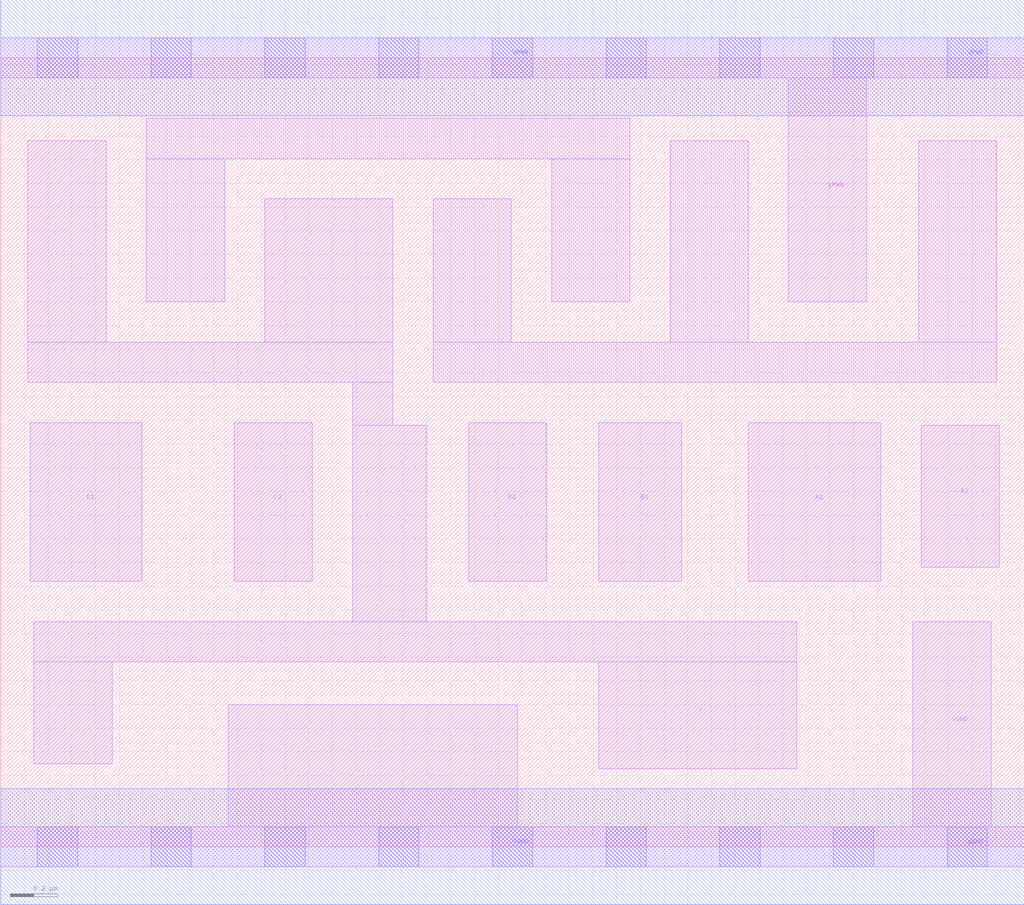
<source format=lef>
# Copyright 2020 The SkyWater PDK Authors
#
# Licensed under the Apache License, Version 2.0 (the "License");
# you may not use this file except in compliance with the License.
# You may obtain a copy of the License at
#
#     https://www.apache.org/licenses/LICENSE-2.0
#
# Unless required by applicable law or agreed to in writing, software
# distributed under the License is distributed on an "AS IS" BASIS,
# WITHOUT WARRANTIES OR CONDITIONS OF ANY KIND, either express or implied.
# See the License for the specific language governing permissions and
# limitations under the License.
#
# SPDX-License-Identifier: Apache-2.0

VERSION 5.7 ;
  NAMESCASESENSITIVE ON ;
  NOWIREEXTENSIONATPIN ON ;
  DIVIDERCHAR "/" ;
  BUSBITCHARS "[]" ;
UNITS
  DATABASE MICRONS 200 ;
END UNITS
MACRO sky130_fd_sc_ls__a222oi_1
  CLASS CORE ;
  SOURCE USER ;
  FOREIGN sky130_fd_sc_ls__a222oi_1 ;
  ORIGIN  0.000000  0.000000 ;
  SIZE  4.320000 BY  3.330000 ;
  SYMMETRY X Y ;
  SITE unit ;
  PIN A1
    ANTENNAGATEAREA  0.246000 ;
    DIRECTION INPUT ;
    USE SIGNAL ;
    PORT
      LAYER li1 ;
        RECT 3.155000 1.120000 3.715000 1.790000 ;
    END
  END A1
  PIN A2
    ANTENNAGATEAREA  0.246000 ;
    DIRECTION INPUT ;
    USE SIGNAL ;
    PORT
      LAYER li1 ;
        RECT 3.885000 1.180000 4.215000 1.780000 ;
    END
  END A2
  PIN B1
    ANTENNAGATEAREA  0.246000 ;
    DIRECTION INPUT ;
    USE SIGNAL ;
    PORT
      LAYER li1 ;
        RECT 2.525000 1.120000 2.875000 1.790000 ;
    END
  END B1
  PIN B2
    ANTENNAGATEAREA  0.246000 ;
    DIRECTION INPUT ;
    USE SIGNAL ;
    PORT
      LAYER li1 ;
        RECT 1.975000 1.120000 2.305000 1.790000 ;
    END
  END B2
  PIN C1
    ANTENNAGATEAREA  0.246000 ;
    DIRECTION INPUT ;
    USE SIGNAL ;
    PORT
      LAYER li1 ;
        RECT 0.125000 1.120000 0.595000 1.790000 ;
    END
  END C1
  PIN C2
    ANTENNAGATEAREA  0.246000 ;
    DIRECTION INPUT ;
    USE SIGNAL ;
    PORT
      LAYER li1 ;
        RECT 0.985000 1.120000 1.315000 1.790000 ;
    END
  END C2
  PIN Y
    ANTENNADIFFAREA  1.232000 ;
    DIRECTION OUTPUT ;
    USE SIGNAL ;
    PORT
      LAYER li1 ;
        RECT 0.115000 1.960000 1.655000 2.130000 ;
        RECT 0.115000 2.130000 0.445000 2.980000 ;
        RECT 0.140000 0.350000 0.470000 0.780000 ;
        RECT 0.140000 0.780000 3.360000 0.950000 ;
        RECT 1.115000 2.130000 1.655000 2.735000 ;
        RECT 1.485000 0.950000 1.795000 1.780000 ;
        RECT 1.485000 1.780000 1.655000 1.960000 ;
        RECT 2.525000 0.330000 3.360000 0.780000 ;
    END
  END Y
  PIN VGND
    DIRECTION INOUT ;
    SHAPE ABUTMENT ;
    USE GROUND ;
    PORT
      LAYER li1 ;
        RECT 0.000000 -0.085000 4.320000 0.085000 ;
        RECT 0.960000  0.085000 2.180000 0.600000 ;
        RECT 3.850000  0.085000 4.180000 0.950000 ;
      LAYER mcon ;
        RECT 0.155000 -0.085000 0.325000 0.085000 ;
        RECT 0.635000 -0.085000 0.805000 0.085000 ;
        RECT 1.115000 -0.085000 1.285000 0.085000 ;
        RECT 1.595000 -0.085000 1.765000 0.085000 ;
        RECT 2.075000 -0.085000 2.245000 0.085000 ;
        RECT 2.555000 -0.085000 2.725000 0.085000 ;
        RECT 3.035000 -0.085000 3.205000 0.085000 ;
        RECT 3.515000 -0.085000 3.685000 0.085000 ;
        RECT 3.995000 -0.085000 4.165000 0.085000 ;
      LAYER met1 ;
        RECT 0.000000 -0.245000 4.320000 0.245000 ;
    END
  END VGND
  PIN VPWR
    DIRECTION INOUT ;
    SHAPE ABUTMENT ;
    USE POWER ;
    PORT
      LAYER li1 ;
        RECT 0.000000 3.245000 4.320000 3.415000 ;
        RECT 3.325000 2.300000 3.655000 3.245000 ;
      LAYER mcon ;
        RECT 0.155000 3.245000 0.325000 3.415000 ;
        RECT 0.635000 3.245000 0.805000 3.415000 ;
        RECT 1.115000 3.245000 1.285000 3.415000 ;
        RECT 1.595000 3.245000 1.765000 3.415000 ;
        RECT 2.075000 3.245000 2.245000 3.415000 ;
        RECT 2.555000 3.245000 2.725000 3.415000 ;
        RECT 3.035000 3.245000 3.205000 3.415000 ;
        RECT 3.515000 3.245000 3.685000 3.415000 ;
        RECT 3.995000 3.245000 4.165000 3.415000 ;
      LAYER met1 ;
        RECT 0.000000 3.085000 4.320000 3.575000 ;
    END
  END VPWR
  OBS
    LAYER li1 ;
      RECT 0.615000 2.300000 0.945000 2.905000 ;
      RECT 0.615000 2.905000 2.655000 3.075000 ;
      RECT 1.825000 1.960000 4.205000 2.130000 ;
      RECT 1.825000 2.130000 2.155000 2.735000 ;
      RECT 2.325000 2.300000 2.655000 2.905000 ;
      RECT 2.825000 2.130000 3.155000 2.980000 ;
      RECT 3.875000 2.130000 4.205000 2.980000 ;
  END
END sky130_fd_sc_ls__a222oi_1

</source>
